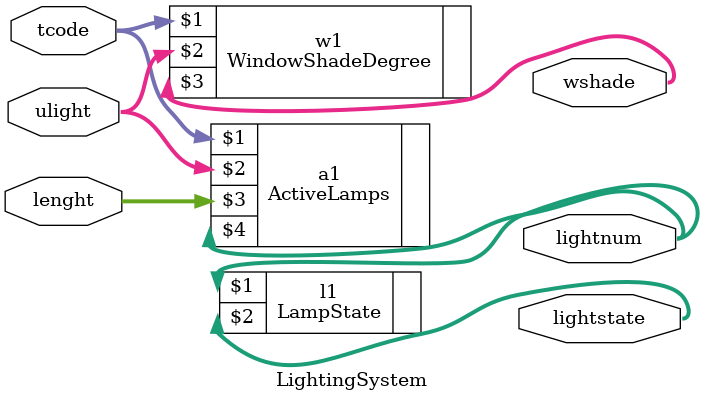
<source format=v>
`timescale 1ns / 1ps
module LightingSystem(
   input  [ 3:0] tcode      , // time code    [table2 time code   ]
	input  [ 3:0] ulight     , // user light   [light degree mode  ]
	input  [ 3:0] lenght     , // room length  [square room lenght ]
	output [ 3:0] wshade     , // shade level  [window shade level ]
	output [ 3:0] lightnum   , // number on    [number of active   ]
	output [15:0] lightstate   // lights state [lights state decode]
);

ActiveLamps a1(tcode,ulight,lenght,lightnum);
LampState l1(lightnum,lightstate);
WindowShadeDegree w1(tcode,ulight,wshade);


endmodule

</source>
